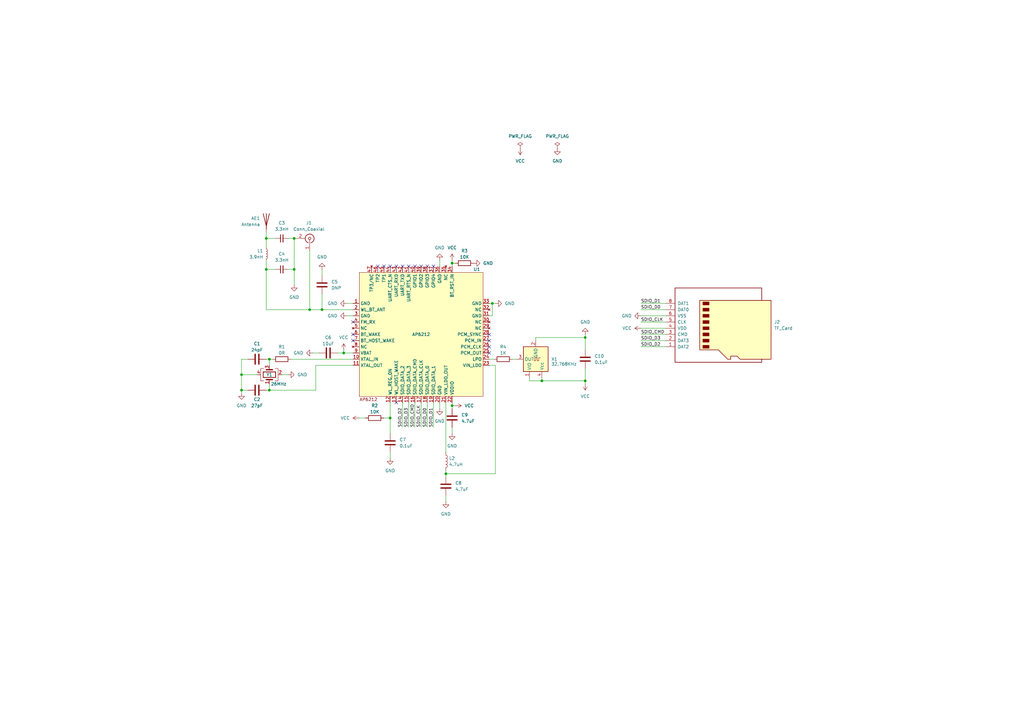
<source format=kicad_sch>
(kicad_sch (version 20230121) (generator eeschema)
  (paper "A3")
  (title_block (title "AP6212_SD_WiFi_Module") (date "2023-08-20") (rev "1.0"))
  (lib_symbols
    (symbol "Connector:Conn_Coaxial" (pin_names (offset 1.016) hide)
      (property "Reference" "J" (at 0.254 3.048 0))
      (property "Value" "Conn_Coaxial" (at 2.921 0 90))
      (symbol "Conn_Coaxial_0_1"
        (arc (start -1.778 -0.508) (mid 0.2311 -1.8066) (end 1.778 0) (stroke (width 0.254)))
        (polyline (pts (xy -2.54 0) (xy -0.508 0)))
        (polyline (pts (xy 0 -2.54) (xy 0 -1.778)))
        (circle (center 0 0) (radius 0.508) (stroke (width 0.2032)))
        (arc (start 1.778 0) (mid 0.2099 1.8101) (end -1.778 0.508) (stroke (width 0.254)))
      )
      (symbol "Conn_Coaxial_1_1"
        (pin passive line (at -5.08 0 0) (length 2.54) (name "In") (number "1"))
        (pin passive line (at 0 -5.08 90) (length 2.54) (name "Ext") (number "2"))
      )
    )
    (symbol "Custom_Libs:AP6212"
      (property "Reference" "U" (at 21.59 26.67 0))
      (symbol "AP6212_1_1"
        (rectangle (start -25.4 25.4) (end 25.4 -25.4) (fill (type background)))
        (text "AP6212" (at -21.59 -26.67 0) (effects (font (size 1.27 1.27))))
        (pin power_in line (at -27.94 12.7 0) (length 2.54) (name "GND") (number "1"))
        (pin input line (at -27.94 -10.16 0) (length 2.54) (name "XTAL_IN") (number "10"))
        (pin output line (at -27.94 -12.7 0) (length 2.54) (name "XTAL_OUT") (number "11"))
        (pin input line (at -12.7 -27.94 90) (length 2.54) (name "WL_REG_ON") (number "12"))
        (pin output line (at -10.16 -27.94 90) (length 2.54) (name "WL_HOST_WAKE") (number "13"))
        (pin bidirectional line (at -7.62 -27.94 90) (length 2.54) (name "SDIO_DATA_2") (number "14"))
        (pin bidirectional line (at -5.08 -27.94 90) (length 2.54) (name "SDIO_DATA_3") (number "15"))
        (pin bidirectional line (at -2.54 -27.94 90) (length 2.54) (name "SDIO_DATA_CMD") (number "16"))
        (pin bidirectional line (at 0 -27.94 90) (length 2.54) (name "SDIO_DATA_CLK") (number "17"))
        (pin bidirectional line (at 2.54 -27.94 90) (length 2.54) (name "SDIO_DATA_0") (number "18"))
        (pin bidirectional line (at 5.08 -27.94 90) (length 2.54) (name "SDIO_DATA_1") (number "19"))
        (pin bidirectional line (at -27.94 10.16 0) (length 2.54) (name "WL_BT_ANT") (number "2"))
        (pin power_in line (at 7.62 -27.94 90) (length 2.54) (name "GND") (number "20"))
        (pin power_out line (at 10.16 -27.94 90) (length 2.54) (name "VIN_LDO_OUT") (number "21"))
        (pin power_in line (at 12.7 -27.94 90) (length 2.54) (name "VDDIO") (number "22"))
        (pin power_out line (at 27.94 -12.7 180) (length 2.54) (name "VIN_LDO") (number "23"))
        (pin input line (at 27.94 -10.16 180) (length 2.54) (name "LPO") (number "24"))
        (pin output line (at 27.94 -7.62 180) (length 2.54) (name "PCM_OUT") (number "25"))
        (pin bidirectional line (at 27.94 -5.08 180) (length 2.54) (name "PCM_CLK") (number "26"))
        (pin input line (at 27.94 -2.54 180) (length 2.54) (name "PCM_IN") (number "27"))
        (pin bidirectional line (at 27.94 0 180) (length 2.54) (name "PCM_SYNC") (number "28"))
        (pin no_connect line (at 27.94 2.54 180) (length 2.54) (name "NC") (number "29"))
        (pin power_in line (at -27.94 7.62 0) (length 2.54) (name "GND") (number "3"))
        (pin no_connect line (at 27.94 5.08 180) (length 2.54) (name "NC") (number "30"))
        (pin power_in line (at 27.94 7.62 180) (length 2.54) (name "GND") (number "31"))
        (pin no_connect line (at 27.94 10.16 180) (length 2.54) (name "NC") (number "32"))
        (pin power_in line (at 27.94 12.7 180) (length 2.54) (name "GND") (number "33"))
        (pin input line (at 12.7 27.94 270) (length 2.54) (name "BT_RST_IN") (number "34"))
        (pin no_connect line (at 10.16 27.94 270) (length 2.54) (name "NC") (number "35"))
        (pin power_in line (at 7.62 27.94 270) (length 2.54) (name "GND") (number "36"))
        (pin bidirectional line (at 5.08 27.94 270) (length 2.54) (name "GPIO4") (number "37"))
        (pin bidirectional line (at 2.54 27.94 270) (length 2.54) (name "GPIO3") (number "38"))
        (pin bidirectional line (at 0 27.94 270) (length 2.54) (name "GPIO2") (number "39"))
        (pin input line (at -27.94 5.08 0) (length 2.54) (name "FM_RX") (number "4"))
        (pin bidirectional line (at -2.54 27.94 270) (length 2.54) (name "GPIO1") (number "40"))
        (pin output line (at -5.08 27.94 270) (length 2.54) (name "UART_RTS_N") (number "41"))
        (pin output line (at -7.62 27.94 270) (length 2.54) (name "UART_TXD") (number "42"))
        (pin input line (at -10.16 27.94 270) (length 2.54) (name "UART_RXD") (number "43"))
        (pin input line (at -12.7 27.94 270) (length 2.54) (name "UART_CTS_N") (number "44"))
        (pin output line (at -15.24 27.94 270) (length 2.54) (name "TP1") (number "45"))
        (pin output line (at -17.78 27.94 270) (length 2.54) (name "TP2") (number "46"))
        (pin no_connect line (at -20.32 27.94 270) (length 2.54) (name "TP3/NC") (number "47"))
        (pin no_connect line (at -27.94 2.54 0) (length 2.54) (name "NC") (number "5"))
        (pin input line (at -27.94 0 0) (length 2.54) (name "BT_WAKE") (number "6"))
        (pin output line (at -27.94 -2.54 0) (length 2.54) (name "BT_HOST_WAKE") (number "7"))
        (pin no_connect line (at -27.94 -5.08 0) (length 2.54) (name "NC") (number "8"))
        (pin power_in line (at -27.94 -7.62 0) (length 2.54) (name "VBAT") (number "9"))
      )
    )
    (symbol "Custom_Libs:TF_Card" (pin_names (offset 1.016))
      (property "Reference" "J" (at -16.51 15.24 0))
      (property "Value" "TF_Card" (at 16.51 15.24 0))
      (symbol "TF_Card_0_1"
        (rectangle (start -7.62 -9.525) (end -5.08 -10.795) (fill (type outline)))
        (rectangle (start -7.62 -6.985) (end -5.08 -8.255) (fill (type outline)))
        (rectangle (start -7.62 -4.445) (end -5.08 -5.715) (fill (type outline)))
        (rectangle (start -7.62 -1.905) (end -5.08 -3.175) (fill (type outline)))
        (rectangle (start -7.62 0.635) (end -5.08 -0.635) (fill (type outline)))
        (rectangle (start -7.62 3.175) (end -5.08 1.905) (fill (type outline)))
        (rectangle (start -7.62 5.715) (end -5.08 4.445) (fill (type outline)))
        (rectangle (start -7.62 8.255) (end -5.08 6.985) (fill (type outline)))
        (polyline (pts (xy 16.51 12.7) (xy 16.51 13.97) (xy -19.05 13.97) (xy -19.05 -16.51) (xy 16.51 -16.51) (xy 16.51 -11.43)) (stroke (width 0.254)))
        (polyline (pts (xy -8.89 -11.43) (xy -8.89 8.89) (xy -1.27 8.89) (xy 2.54 12.7) (xy 3.81 12.7) (xy 3.81 11.43) (xy 6.35 11.43) (xy 7.62 12.7) (xy 20.32 12.7) (xy 20.32 -11.43) (xy -8.89 -11.43)) (stroke (width 0.254)) (fill (type background)))
      )
      (symbol "TF_Card_1_1"
        (pin bidirectional line (at -22.86 7.62 0) (length 3.81) (name "DAT2") (number "1"))
        (pin bidirectional line (at -22.86 5.08 0) (length 3.81) (name "DAT3") (number "2"))
        (pin input line (at -22.86 2.54 0) (length 3.81) (name "CMD") (number "3"))
        (pin power_in line (at -22.86 0 0) (length 3.81) (name "VDD") (number "4"))
        (pin input line (at -22.86 -2.54 0) (length 3.81) (name "CLK") (number "5"))
        (pin power_in line (at -22.86 -5.08 0) (length 3.81) (name "VSS") (number "6"))
        (pin bidirectional line (at -22.86 -7.62 0) (length 3.81) (name "DAT0") (number "7"))
        (pin bidirectional line (at -22.86 -10.16 0) (length 3.81) (name "DAT1") (number "8"))
      )
    )
    (symbol "Device:Antenna" (pin_numbers hide) (pin_names (offset 1.016) hide)
      (property "Reference" "AE" (at -1.905 1.905 0))
      (property "Value" "Antenna" (at -1.905 0 0))
      (symbol "Antenna_0_1"
        (polyline (pts (xy 0 2.54) (xy 0 -3.81)) (stroke (width 0.254)))
        (polyline (pts (xy 1.27 2.54) (xy 0 -2.54) (xy -1.27 2.54)) (stroke (width 0.254)))
      )
      (symbol "Antenna_1_1"
        (pin input line (at 0 -5.08 90) (length 2.54) (name "A") (number "1"))
      )
    )
    (symbol "Device:C" (pin_numbers hide) (pin_names (offset 0.254))
      (property "Reference" "C" (at 0.635 2.54 0))
      (property "Value" "C" (at 0.635 -2.54 0))
      (symbol "C_0_1"
        (polyline (pts (xy -2.032 -0.762) (xy 2.032 -0.762)) (stroke (width 0.508)))
        (polyline (pts (xy -2.032 0.762) (xy 2.032 0.762)) (stroke (width 0.508)))
      )
      (symbol "C_1_1"
        (pin passive line (at 0 3.81 270) (length 2.794) (name "~") (number "1"))
        (pin passive line (at 0 -3.81 90) (length 2.794) (name "~") (number "2"))
      )
    )
    (symbol "Device:C_Small" (pin_numbers hide) (pin_names (offset 0.254) hide)
      (property "Reference" "C" (at 0.254 1.778 0))
      (property "Value" "C_Small" (at 0.254 -2.032 0))
      (symbol "C_Small_0_1"
        (polyline (pts (xy -1.524 -0.508) (xy 1.524 -0.508)) (stroke (width 0.3302)))
        (polyline (pts (xy -1.524 0.508) (xy 1.524 0.508)) (stroke (width 0.3048)))
      )
      (symbol "C_Small_1_1"
        (pin passive line (at 0 2.54 270) (length 2.032) (name "~") (number "1"))
        (pin passive line (at 0 -2.54 90) (length 2.032) (name "~") (number "2"))
      )
    )
    (symbol "Device:Crystal_GND24" (pin_names (offset 1.016) hide)
      (property "Reference" "Y" (at 3.175 5.08 0))
      (property "Value" "Crystal_GND24" (at 3.175 3.175 0))
      (symbol "Crystal_GND24_0_1"
        (rectangle (start -1.143 2.54) (end 1.143 -2.54) (stroke (width 0.3048)))
        (polyline (pts (xy -2.54 0) (xy -2.032 0)))
        (polyline (pts (xy -2.032 -1.27) (xy -2.032 1.27)) (stroke (width 0.508)))
        (polyline (pts (xy 0 -3.81) (xy 0 -3.556)))
        (polyline (pts (xy 0 3.556) (xy 0 3.81)))
        (polyline (pts (xy 2.032 -1.27) (xy 2.032 1.27)) (stroke (width 0.508)))
        (polyline (pts (xy 2.032 0) (xy 2.54 0)))
        (polyline (pts (xy -2.54 -2.286) (xy -2.54 -3.556) (xy 2.54 -3.556) (xy 2.54 -2.286)))
        (polyline (pts (xy -2.54 2.286) (xy -2.54 3.556) (xy 2.54 3.556) (xy 2.54 2.286)))
      )
      (symbol "Crystal_GND24_1_1"
        (pin passive line (at -3.81 0 0) (length 1.27) (name "1") (number "1"))
        (pin passive line (at 0 5.08 270) (length 1.27) (name "2") (number "2"))
        (pin passive line (at 3.81 0 180) (length 1.27) (name "3") (number "3"))
        (pin passive line (at 0 -5.08 90) (length 1.27) (name "4") (number "4"))
      )
    )
    (symbol "Device:L" (pin_numbers hide) (pin_names (offset 1.016) hide)
      (property "Reference" "L" (at -1.27 0 90))
      (property "Value" "L" (at 1.905 0 90))
      (symbol "L_0_1"
        (arc (start 0 -2.54) (mid 0.6323 -1.905) (end 0 -1.27))
        (arc (start 0 -1.27) (mid 0.6323 -0.635) (end 0 0))
        (arc (start 0 0) (mid 0.6323 0.635) (end 0 1.27))
        (arc (start 0 1.27) (mid 0.6323 1.905) (end 0 2.54))
      )
      (symbol "L_1_1"
        (pin passive line (at 0 3.81 270) (length 1.27) (name "1") (number "1"))
        (pin passive line (at 0 -3.81 90) (length 1.27) (name "2") (number "2"))
      )
    )
    (symbol "Device:L_Small" (pin_numbers hide) (pin_names (offset 0.254) hide)
      (property "Reference" "L" (at 0.762 1.016 0))
      (property "Value" "L_Small" (at 0.762 -1.016 0))
      (symbol "L_Small_0_1"
        (arc (start 0 -2.032) (mid 0.5058 -1.524) (end 0 -1.016))
        (arc (start 0 -1.016) (mid 0.5058 -0.508) (end 0 0))
        (arc (start 0 0) (mid 0.5058 0.508) (end 0 1.016))
        (arc (start 0 1.016) (mid 0.5058 1.524) (end 0 2.032))
      )
      (symbol "L_Small_1_1"
        (pin passive line (at 0 2.54 270) (length 0.508) (name "~") (number "1"))
        (pin passive line (at 0 -2.54 90) (length 0.508) (name "~") (number "2"))
      )
    )
    (symbol "Device:R" (pin_numbers hide) (pin_names (offset 0))
      (property "Reference" "R" (at 2.032 0 90))
      (property "Value" "R" (at 0 0 90))
      (symbol "R_0_1"
        (rectangle (start -1.016 -2.54) (end 1.016 2.54) (stroke (width 0.254)))
      )
      (symbol "R_1_1"
        (pin passive line (at 0 3.81 270) (length 1.27) (name "~") (number "1"))
        (pin passive line (at 0 -3.81 90) (length 1.27) (name "~") (number "2"))
      )
    )
    (symbol "Oscillator:SG-3030CM"
      (property "Reference" "X" (at -5.08 -6.35 0))
      (property "Value" "SG-3030CM" (at 1.27 -6.35 0))
      (symbol "SG-3030CM_0_1"
        (rectangle (start -5.08 5.08) (end 5.08 -5.08) (stroke (width 0.254)) (fill (type background)))
        (polyline (pts (xy -1.905 -0.635) (xy -1.27 -0.635) (xy -1.27 0.635) (xy -0.635 0.635) (xy -0.635 -0.635) (xy 0 -0.635) (xy 0 0.635) (xy 0.635 0.635) (xy 0.635 -0.635)))
      )
      (symbol "SG-3030CM_1_1"
        (pin power_in line (at 2.54 7.62 270) (length 2.54) (name "VIO") (number "1"))
        (pin power_in line (at 0 -7.62 90) (length 2.54) (name "GND") (number "2"))
        (pin output line (at 7.62 0 180) (length 2.54) (name "OUT") (number "3"))
        (pin power_in line (at -2.54 7.62 270) (length 2.54) (name "Vcc") (number "4"))
      )
    )
    (symbol "power:GND" (power) (pin_names (offset 0))
      (property "Value" "GND" (at 0 -3.81 0))
      (symbol "GND_0_1"
        (polyline (pts (xy 0 0) (xy 0 -1.27) (xy 1.27 -1.27) (xy 0 -2.54) (xy -1.27 -1.27) (xy 0 -1.27)))
      )
      (symbol "GND_1_1"
        (pin power_in line (at 0 0 270) (length 0) hide (name "GND") (number "1"))
      )
    )
    (symbol "power:PWR_FLAG" (power) (pin_numbers hide) (pin_names (offset 0) hide)
      (property "Value" "PWR_FLAG" (at 0 3.81 0))
      (symbol "PWR_FLAG_0_0"
        (pin power_out line (at 0 0 90) (length 0) (name "pwr") (number "1"))
      )
      (symbol "PWR_FLAG_0_1"
        (polyline (pts (xy 0 0) (xy 0 1.27) (xy -1.016 1.905) (xy 0 2.54) (xy 1.016 1.905) (xy 0 1.27)))
      )
    )
    (symbol "power:VCC" (power) (pin_names (offset 0))
      (property "Value" "VCC" (at 0 3.81 0))
      (symbol "VCC_0_1"
        (polyline (pts (xy -0.762 1.27) (xy 0 2.54)))
        (polyline (pts (xy 0 0) (xy 0 2.54)))
        (polyline (pts (xy 0 2.54) (xy 0.762 1.27)))
      )
      (symbol "VCC_1_1"
        (pin power_in line (at 0 0 90) (length 0) hide (name "VCC") (number "1"))
      )
    )
  )
  (junction (at 182.88 194.31))
  (junction (at 120.65 97.79))
  (junction (at 240.03 156.21))
  (junction (at 127 127))
  (junction (at 109.22 97.79))
  (junction (at 185.42 166.37))
  (junction (at 240.03 138.43))
  (junction (at 132.08 127))
  (junction (at 160.02 171.45))
  (junction (at 140.97 144.78))
  (junction (at 201.93 124.46))
  (junction (at 120.65 110.49))
  (junction (at 99.06 160.02))
  (junction (at 110.49 160.02))
  (junction (at 99.06 153.67))
  (junction (at 109.22 110.49))
  (junction (at 222.25 156.21))
  (junction (at 185.42 107.95))
  (junction (at 110.49 147.32))
  (no_connect (at 167.64 109.22))
  (no_connect (at 144.78 137.16))
  (no_connect (at 165.1 109.22))
  (no_connect (at 200.66 144.78))
  (no_connect (at 170.18 109.22))
  (no_connect (at 200.66 142.24))
  (no_connect (at 200.66 137.16))
  (no_connect (at 160.02 109.22))
  (no_connect (at 172.72 109.22))
  (no_connect (at 177.8 109.22))
  (no_connect (at 200.66 139.7))
  (no_connect (at 162.56 165.1))
  (no_connect (at 175.26 109.22))
  (no_connect (at 154.94 109.22))
  (no_connect (at 157.48 109.22))
  (no_connect (at 144.78 132.08))
  (no_connect (at 144.78 139.7))
  (no_connect (at 162.56 109.22))
  (wire (pts (xy 115.57 153.67) (xy 118.11 153.67)))
  (wire (pts (xy 140.97 144.78) (xy 144.78 144.78)))
  (wire (pts (xy 132.08 120.65) (xy 132.08 127)))
  (wire (pts (xy 262.89 124.46) (xy 273.05 124.46)))
  (wire (pts (xy 182.88 203.2) (xy 182.88 205.74)))
  (wire (pts (xy 160.02 171.45) (xy 160.02 177.8)))
  (wire (pts (xy 144.78 149.86) (xy 129.54 149.86)))
  (wire (pts (xy 110.49 160.02) (xy 109.22 160.02)))
  (wire (pts (xy 177.8 165.1) (xy 177.8 175.26)))
  (wire (pts (xy 262.89 137.16) (xy 273.05 137.16)))
  (wire (pts (xy 170.18 165.1) (xy 170.18 175.26)))
  (wire (pts (xy 109.22 110.49) (xy 113.03 110.49)))
  (wire (pts (xy 185.42 166.37) (xy 185.42 167.64)))
  (wire (pts (xy 182.88 194.31) (xy 182.88 195.58)))
  (wire (pts (xy 99.06 147.32) (xy 99.06 153.67)))
  (wire (pts (xy 240.03 137.16) (xy 240.03 138.43)))
  (wire (pts (xy 147.32 171.45) (xy 149.86 171.45)))
  (wire (pts (xy 109.22 97.79) (xy 109.22 101.6)))
  (wire (pts (xy 182.88 193.04) (xy 182.88 194.31)))
  (wire (pts (xy 101.6 147.32) (xy 99.06 147.32)))
  (wire (pts (xy 142.24 124.46) (xy 144.78 124.46)))
  (wire (pts (xy 167.64 165.1) (xy 167.64 175.26)))
  (wire (pts (xy 200.66 147.32) (xy 202.565 147.32)))
  (wire (pts (xy 129.54 160.02) (xy 110.49 160.02)))
  (wire (pts (xy 240.03 156.21) (xy 240.03 157.48)))
  (wire (pts (xy 142.24 129.54) (xy 144.78 129.54)))
  (wire (pts (xy 262.89 139.7) (xy 273.05 139.7)))
  (wire (pts (xy 118.11 110.49) (xy 120.65 110.49)))
  (wire (pts (xy 222.25 154.94) (xy 222.25 156.21)))
  (wire (pts (xy 182.88 165.1) (xy 182.88 185.42)))
  (wire (pts (xy 217.17 154.94) (xy 217.17 156.21)))
  (wire (pts (xy 140.97 143.51) (xy 140.97 144.78)))
  (wire (pts (xy 219.71 138.43) (xy 240.03 138.43)))
  (wire (pts (xy 160.02 165.1) (xy 160.02 171.45)))
  (wire (pts (xy 99.06 153.67) (xy 105.41 153.67)))
  (wire (pts (xy 144.78 127) (xy 132.08 127)))
  (wire (pts (xy 262.89 134.62) (xy 273.05 134.62)))
  (wire (pts (xy 132.08 127) (xy 127 127)))
  (wire (pts (xy 165.1 165.1) (xy 165.1 175.26)))
  (wire (pts (xy 185.42 107.95) (xy 185.42 109.22)))
  (wire (pts (xy 120.65 97.79) (xy 120.65 110.49)))
  (wire (pts (xy 109.22 106.68) (xy 109.22 110.49)))
  (wire (pts (xy 109.22 110.49) (xy 109.22 127)))
  (wire (pts (xy 119.38 147.32) (xy 144.78 147.32)))
  (wire (pts (xy 160.02 185.42) (xy 160.02 187.96)))
  (wire (pts (xy 118.11 97.79) (xy 120.65 97.79)))
  (wire (pts (xy 262.89 132.08) (xy 273.05 132.08)))
  (wire (pts (xy 185.42 165.1) (xy 185.42 166.37)))
  (wire (pts (xy 109.22 95.25) (xy 109.22 97.79)))
  (wire (pts (xy 203.2 149.86) (xy 200.66 149.86)))
  (wire (pts (xy 182.88 194.31) (xy 203.2 194.31)))
  (wire (pts (xy 222.25 156.21) (xy 240.03 156.21)))
  (wire (pts (xy 185.42 106.68) (xy 185.42 107.95)))
  (wire (pts (xy 200.66 129.54) (xy 201.93 129.54)))
  (wire (pts (xy 180.34 165.1) (xy 180.34 167.64)))
  (wire (pts (xy 120.65 97.79) (xy 121.92 97.79)))
  (wire (pts (xy 203.2 194.31) (xy 203.2 149.86)))
  (wire (pts (xy 127 102.87) (xy 127 127)))
  (wire (pts (xy 210.185 147.32) (xy 212.09 147.32)))
  (wire (pts (xy 200.66 124.46) (xy 201.93 124.46)))
  (wire (pts (xy 109.22 97.79) (xy 113.03 97.79)))
  (wire (pts (xy 128.27 144.78) (xy 130.81 144.78)))
  (wire (pts (xy 99.06 160.02) (xy 99.06 161.29)))
  (wire (pts (xy 132.08 110.49) (xy 132.08 113.03)))
  (wire (pts (xy 180.34 106.68) (xy 180.34 109.22)))
  (wire (pts (xy 185.42 107.95) (xy 186.69 107.95)))
  (wire (pts (xy 262.89 127) (xy 273.05 127)))
  (wire (pts (xy 217.17 156.21) (xy 222.25 156.21)))
  (wire (pts (xy 110.49 147.32) (xy 111.76 147.32)))
  (wire (pts (xy 110.49 147.32) (xy 110.49 149.86)))
  (wire (pts (xy 185.42 166.37) (xy 186.69 166.37)))
  (wire (pts (xy 172.72 165.1) (xy 172.72 175.26)))
  (wire (pts (xy 110.49 157.48) (xy 110.49 160.02)))
  (wire (pts (xy 99.06 160.02) (xy 101.6 160.02)))
  (wire (pts (xy 120.65 110.49) (xy 120.65 116.84)))
  (wire (pts (xy 109.22 147.32) (xy 110.49 147.32)))
  (wire (pts (xy 201.93 129.54) (xy 201.93 124.46)))
  (wire (pts (xy 157.48 171.45) (xy 160.02 171.45)))
  (wire (pts (xy 129.54 149.86) (xy 129.54 160.02)))
  (wire (pts (xy 262.89 129.54) (xy 273.05 129.54)))
  (wire (pts (xy 240.03 138.43) (xy 240.03 143.51)))
  (wire (pts (xy 138.43 144.78) (xy 140.97 144.78)))
  (wire (pts (xy 219.71 139.7) (xy 219.71 138.43)))
  (wire (pts (xy 240.03 151.13) (xy 240.03 156.21)))
  (wire (pts (xy 99.06 153.67) (xy 99.06 160.02)))
  (wire (pts (xy 175.26 165.1) (xy 175.26 175.26)))
  (wire (pts (xy 185.42 175.26) (xy 185.42 177.8)))
  (wire (pts (xy 201.93 124.46) (xy 203.2 124.46)))
  (wire (pts (xy 262.89 142.24) (xy 273.05 142.24)))
  (wire (pts (xy 127 127) (xy 109.22 127)))
  (label "SDIO_D2" (at 262.89 142.24 0))
  (label "SDIO_CMD" (at 170.18 175.26 90))
  (label "SDIO_D0" (at 175.26 175.26 90))
  (label "SDIO_CLK" (at 262.89 132.08 0))
  (label "SDIO_D1" (at 262.89 124.46 0))
  (label "SDIO_CMD" (at 262.89 137.16 0))
  (label "SDIO_D1" (at 177.8 175.26 90))
  (label "SDIO_D0" (at 262.89 127 0))
  (label "SDIO_D3" (at 167.64 175.26 90))
  (label "SDIO_CLK" (at 172.72 175.26 90))
  (label "SDIO_D3" (at 262.89 139.7 0))
  (label "SDIO_D2" (at 165.1 175.26 90))
  (symbol (lib_id "power:GND") (at 203.2 124.46 90) (unit 1)
    (property "Reference" "#PWR018" (effects hide))
    (property "Value" "GND" (at 207.01 124.46 90) (effects (justify right)))
  )
  (symbol (lib_id "power:VCC") (at 240.03 157.48 180) (unit 1)
    (property "Reference" "#PWR022" (effects hide))
    (property "Value" "VCC" (at 240.03 162.56 0))
  )
  (symbol (lib_id "power:GND") (at 128.27 144.78 270) (unit 1)
    (property "Reference" "#PWR04" (effects hide))
    (property "Value" "GND" (at 124.46 144.78 90) (effects (justify right)))
  )
  (symbol (lib_id "power:GND") (at 194.31 107.95 90) (unit 1)
    (property "Reference" "#PWR017" (effects hide))
    (property "Value" "GND" (at 198.12 107.95 90) (effects (justify right)))
  )
  (symbol (lib_id "Device:C_Small") (at 115.57 110.49 90) (unit 1)
    (property "Reference" "C4" (at 115.5763 104.14 90))
    (property "Value" "3.3nH" (at 115.5763 106.68 90))
    (property "Footprint" "Capacitor_SMD:C_0402_1005Metric" (effects hide))
  )
  (symbol (lib_id "Device:C") (at 185.42 171.45 0) (unit 1)
    (property "Reference" "C9" (at 189.23 170.18 0) (effects (justify left)))
    (property "Value" "4.7uF" (at 189.23 172.72 0) (effects (justify left)))
    (property "Footprint" "Capacitor_SMD:C_0603_1608Metric" (effects hide))
  )
  (symbol (lib_id "power:VCC") (at 147.32 171.45 90) (unit 1)
    (property "Reference" "#PWR09" (effects hide))
    (property "Value" "VCC" (at 143.51 171.45 90) (effects (justify left)))
  )
  (symbol (lib_id "power:VCC") (at 185.42 106.68 0) (unit 1)
    (property "Reference" "#PWR014" (effects hide))
    (property "Value" "VCC" (at 185.42 101.6 0))
  )
  (symbol (lib_id "power:VCC") (at 262.89 134.62 90) (mirror x) (unit 1)
    (property "Reference" "#PWR024" (effects hide))
    (property "Value" "VCC" (at 259.08 134.62 90) (effects (justify left)))
  )
  (symbol (lib_id "power:GND") (at 99.06 161.29 0) (unit 1)
    (property "Reference" "#PWR01" (effects hide))
    (property "Value" "GND" (at 99.06 166.37 0))
  )
  (symbol (lib_id "power:PWR_FLAG") (at 228.6 60.96 0) (unit 1)
    (property "Reference" "#FLG02" (effects hide))
    (property "Value" "PWR_FLAG" (at 228.6 55.88 0))
  )
  (symbol (lib_id "Connector:Conn_Coaxial") (at 127 97.79 270) (mirror x) (unit 1)
    (property "Reference" "J1" (at 126.7068 91.44 90))
    (property "Value" "Conn_Coaxial" (at 126.7068 93.98 90))
    (property "Footprint" "Connector_Coaxial:U.FL_Hirose_U.FL-R-SMT-1_Vertical" (effects hide))
    (property "Datasheet" " ~" (effects hide))
  )
  (symbol (lib_id "power:GND") (at 118.11 153.67 90) (unit 1)
    (property "Reference" "#PWR02" (effects hide))
    (property "Value" "GND" (at 121.92 153.67 90) (effects (justify right)))
  )
  (symbol (lib_id "power:GND") (at 182.88 205.74 0) (unit 1)
    (property "Reference" "#PWR013" (effects hide))
    (property "Value" "GND" (at 182.88 210.82 0))
  )
  (symbol (lib_id "Custom_Libs:AP6212") (at 172.72 137.16 0) (unit 1)
    (property "Reference" "U1" (at 195.58 110.49 0))
    (property "Value" "AP6212" (at 172.72 137.16 0))
    (property "Footprint" "Custom_Libs:AP6212" (effects hide))
  )
  (symbol (lib_id "Device:C") (at 240.03 147.32 0) (unit 1)
    (property "Reference" "C10" (at 243.84 146.05 0) (effects (justify left)))
    (property "Value" "0.1uF" (at 243.84 148.59 0) (effects (justify left)))
    (property "Footprint" "Capacitor_SMD:C_0603_1608Metric" (effects hide))
  )
  (symbol (lib_id "power:PWR_FLAG") (at 213.36 60.96 0) (unit 1)
    (property "Reference" "#FLG01" (effects hide))
    (property "Value" "PWR_FLAG" (at 213.36 55.88 0))
  )
  (symbol (lib_id "Device:Crystal_GND24") (at 110.49 153.67 270) (mirror x) (unit 1)
    (property "Reference" "Y1" (at 110.49 153.67 90))
    (property "Value" "26MHz" (at 114.3 157.48 90))
    (property "Footprint" "Crystal:Crystal_SMD_3225-4Pin_3.2x2.5mm" (effects hide))
  )
  (symbol (lib_id "Device:L_Small") (at 109.22 104.14 0) (mirror x) (unit 1)
    (property "Reference" "L1" (at 107.95 102.87 0) (effects (justify right)))
    (property "Value" "3.9nH" (at 107.95 105.41 0) (effects (justify right)))
    (property "Footprint" "Inductor_SMD:L_0402_1005Metric" (effects hide))
  )
  (symbol (lib_id "power:VCC") (at 140.97 143.51 0) (unit 1)
    (property "Reference" "#PWR06" (effects hide))
    (property "Value" "VCC" (at 140.97 138.43 0))
  )
  (symbol (lib_id "Custom_Libs:TF_Card") (at 295.91 134.62 0) (mirror x) (unit 1)
    (property "Reference" "J2" (at 317.5 132.08 0) (effects (justify left)))
    (property "Value" "TF_Card" (at 317.5 134.62 0) (effects (justify left)))
    (property "Footprint" "Custom_Libs:TFCARD" (effects hide))
  )
  (symbol (lib_id "Device:R") (at 115.57 147.32 90) (unit 1)
    (property "Reference" "R1" (at 115.57 142.24 90))
    (property "Value" "0R" (at 115.57 144.78 90))
    (property "Footprint" "Resistor_SMD:R_0603_1608Metric" (effects hide))
  )
  (symbol (lib_id "power:VCC") (at 186.69 166.37 270) (unit 1)
    (property "Reference" "#PWR016" (effects hide))
    (property "Value" "VCC" (at 190.5 166.37 90) (effects (justify left)))
  )
  (symbol (lib_id "power:GND") (at 185.42 177.8 0) (unit 1)
    (property "Reference" "#PWR015" (effects hide))
    (property "Value" "GND" (at 185.42 182.88 0))
  )
  (symbol (lib_id "power:GND") (at 142.24 124.46 270) (unit 1)
    (property "Reference" "#PWR07" (effects hide))
    (property "Value" "GND" (at 138.43 124.46 90) (effects (justify right)))
  )
  (symbol (lib_id "Device:C") (at 160.02 181.61 0) (unit 1)
    (property "Reference" "C7" (at 163.83 180.34 0) (effects (justify left)))
    (property "Value" "0.1uF" (at 163.83 182.88 0) (effects (justify left)))
    (property "Footprint" "Capacitor_SMD:C_0603_1608Metric" (effects hide))
  )
  (symbol (lib_id "power:GND") (at 142.24 129.54 270) (unit 1)
    (property "Reference" "#PWR08" (effects hide))
    (property "Value" "GND" (at 138.43 129.54 90) (effects (justify right)))
  )
  (symbol (lib_id "Device:C") (at 105.41 147.32 90) (unit 1)
    (property "Reference" "C1" (at 105.41 140.97 90))
    (property "Value" "24pF" (at 105.41 143.51 90))
    (property "Footprint" "Capacitor_SMD:C_0603_1608Metric" (effects hide))
  )
  (symbol (lib_id "power:GND") (at 240.03 137.16 180) (unit 1)
    (property "Reference" "#PWR021" (effects hide))
    (property "Value" "GND" (at 240.03 132.08 0))
  )
  (symbol (lib_id "Device:R") (at 153.67 171.45 90) (unit 1)
    (property "Reference" "R2" (at 153.67 166.37 90))
    (property "Value" "10K" (at 153.67 168.91 90))
    (property "Footprint" "Resistor_SMD:R_0603_1608Metric" (effects hide))
  )
  (symbol (lib_id "Device:R") (at 206.375 147.32 90) (unit 1)
    (property "Reference" "R4" (at 206.375 142.24 90))
    (property "Value" "1K" (at 206.375 144.78 90))
    (property "Footprint" "Resistor_SMD:R_0603_1608Metric" (effects hide))
  )
  (symbol (lib_id "Device:C") (at 182.88 199.39 0) (unit 1)
    (property "Reference" "C8" (at 186.69 198.12 0) (effects (justify left)))
    (property "Value" "4.7uF" (at 186.69 200.66 0) (effects (justify left)))
    (property "Footprint" "Capacitor_SMD:C_0603_1608Metric" (effects hide))
  )
  (symbol (lib_id "power:GND") (at 180.34 167.64 0) (unit 1)
    (property "Reference" "#PWR012" (effects hide))
    (property "Value" "GND" (at 180.34 172.72 0))
  )
  (symbol (lib_id "Device:C_Small") (at 115.57 97.79 90) (unit 1)
    (property "Reference" "C3" (at 115.5763 91.44 90))
    (property "Value" "3.3nH" (at 115.5763 93.98 90))
    (property "Footprint" "Capacitor_SMD:C_0402_1005Metric" (effects hide))
  )
  (symbol (lib_id "Oscillator:SG-3030CM") (at 219.71 147.32 180) (unit 1)
    (property "Reference" "X1" (at 226.06 147.32 0) (effects (justify right)))
    (property "Value" "32.768KHz" (at 226.06 148.59 0) (effects (justify right bottom)))
    (property "Footprint" "Crystal:Crystal_SMD_3225-4Pin_3.2x2.5mm" (effects hide))
  )
  (symbol (lib_id "power:VCC") (at 213.36 60.96 180) (unit 1)
    (property "Reference" "#PWR019" (effects hide))
    (property "Value" "VCC" (at 213.36 66.04 0))
  )
  (symbol (lib_id "power:GND") (at 180.34 106.68 180) (unit 1)
    (property "Reference" "#PWR011" (effects hide))
    (property "Value" "GND" (at 180.34 101.6 0))
  )
  (symbol (lib_id "power:GND") (at 228.6 60.96 0) (unit 1)
    (property "Reference" "#PWR020" (effects hide))
    (property "Value" "GND" (at 228.6 66.04 0))
  )
  (symbol (lib_id "Device:C") (at 105.41 160.02 90) (unit 1)
    (property "Reference" "C2" (at 105.41 163.83 90))
    (property "Value" "27pF" (at 105.41 166.37 90))
    (property "Footprint" "Capacitor_SMD:C_0603_1608Metric" (effects hide))
  )
  (symbol (lib_id "Device:C") (at 134.62 144.78 90) (unit 1)
    (property "Reference" "C6" (at 134.62 138.43 90))
    (property "Value" "10uF" (at 134.62 140.97 90))
    (property "Footprint" "Capacitor_SMD:C_0603_1608Metric" (effects hide))
  )
  (symbol (lib_id "power:GND") (at 160.02 187.96 0) (unit 1)
    (property "Reference" "#PWR010" (effects hide))
    (property "Value" "GND" (at 160.02 193.04 0))
  )
  (symbol (lib_id "power:GND") (at 262.89 129.54 270) (mirror x) (unit 1)
    (property "Reference" "#PWR023" (effects hide))
    (property "Value" "GND" (at 259.08 129.54 90) (effects (justify right)))
  )
  (symbol (lib_id "Device:R") (at 190.5 107.95 90) (unit 1)
    (property "Reference" "R3" (at 190.5 102.87 90))
    (property "Value" "10K" (at 190.5 105.41 90))
    (property "Footprint" "Resistor_SMD:R_0603_1608Metric" (effects hide))
  )
  (symbol (lib_id "Device:Antenna") (at 109.22 90.17 0) (mirror y) (unit 1)
    (property "Reference" "AE1" (at 106.68 89.535 0) (effects (justify left)))
    (property "Value" "Antenna" (at 106.68 92.075 0) (effects (justify left)))
    (property "Footprint" "Custom_Libs:AT7020-E3R0" (effects hide))
  )
  (symbol (lib_id "power:GND") (at 132.08 110.49 180) (unit 1)
    (property "Reference" "#PWR05" (effects hide))
    (property "Value" "GND" (at 132.08 105.41 0))
  )
  (symbol (lib_id "Device:L") (at 182.88 189.23 0) (unit 1)
    (property "Reference" "L2" (at 184.15 187.96 0) (effects (justify left)))
    (property "Value" "4.7uH" (at 184.15 190.5 0) (effects (justify left)))
    (property "Footprint" "Custom_Libs:IND-SMD_L2.5-W2.0" (effects hide))
  )
  (symbol (lib_id "Device:C") (at 132.08 116.84 0) (unit 1)
    (property "Reference" "C5" (at 135.89 115.57 0) (effects (justify left)))
    (property "Value" "DNP" (at 135.89 118.11 0) (effects (justify left)))
    (property "Footprint" "Capacitor_SMD:C_0402_1005Metric" (effects hide))
  )
  (symbol (lib_id "power:GND") (at 120.65 116.84 0) (unit 1)
    (property "Reference" "#PWR03" (effects hide))
    (property "Value" "GND" (at 120.65 121.92 0))
  )
)
</source>
